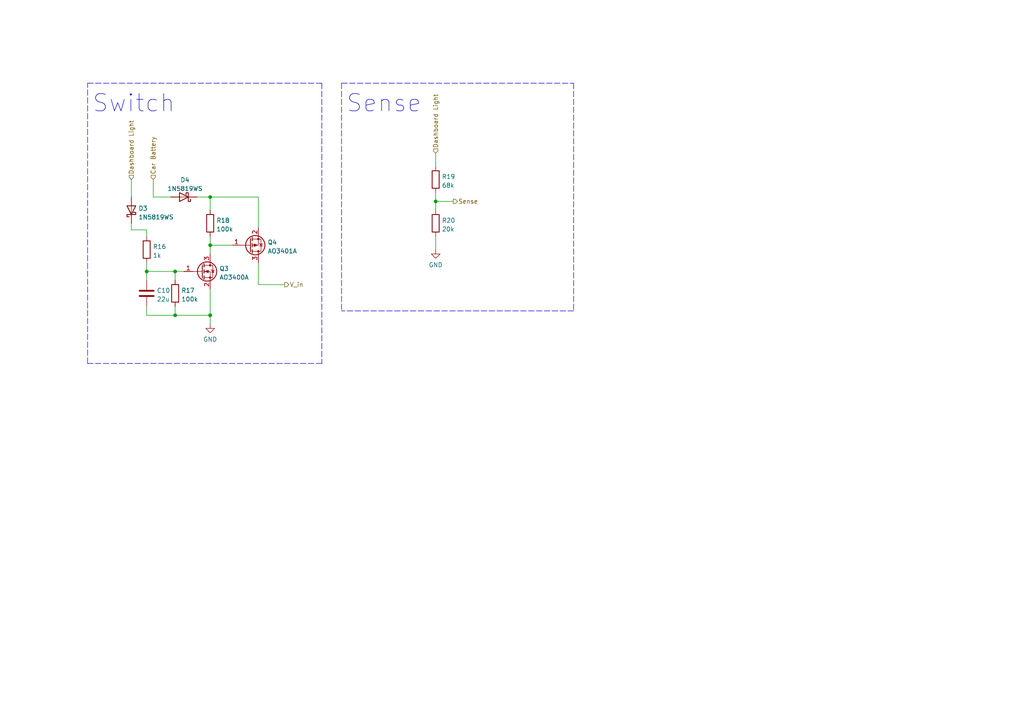
<source format=kicad_sch>
(kicad_sch (version 20211123) (generator eeschema)
  (paper "A4")
  (lib_symbols
    (symbol "Device:C" (pin_numbers hide) (pin_names (offset 0.254))
      (property "Reference" "C" (at 0.635 2.54 0))
      (property "Value" "C" (at 0.635 -2.54 0))
      (symbol "C_0_1"
        (polyline (pts (xy -2.032 -0.762) (xy 2.032 -0.762)) (stroke (width 0.508)))
        (polyline (pts (xy -2.032 0.762) (xy 2.032 0.762)) (stroke (width 0.508)))
      )
      (symbol "C_1_1"
        (pin passive line (at 0 3.81 270) (length 2.794) (name "~") (number "1"))
        (pin passive line (at 0 -3.81 90) (length 2.794) (name "~") (number "2"))
      )
    )
    (symbol "Device:D_Schottky" (pin_numbers hide) (pin_names (offset 1.016) hide)
      (property "Reference" "D" (at 0 2.54 0))
      (property "Value" "D_Schottky" (at 0 -2.54 0))
      (symbol "D_Schottky_0_1"
        (polyline (pts (xy 1.27 0) (xy -1.27 0)))
        (polyline (pts (xy 1.27 1.27) (xy 1.27 -1.27) (xy -1.27 0) (xy 1.27 1.27)) (stroke (width 0.254)))
        (polyline (pts (xy -1.905 0.635) (xy -1.905 1.27) (xy -1.27 1.27) (xy -1.27 -1.27) (xy -0.635 -1.27) (xy -0.635 -0.635)) (stroke (width 0.254)))
      )
      (symbol "D_Schottky_1_1"
        (pin passive line (at -3.81 0 0) (length 2.54) (name "K") (number "1"))
        (pin passive line (at 3.81 0 180) (length 2.54) (name "A") (number "2"))
      )
    )
    (symbol "Device:R" (pin_numbers hide) (pin_names (offset 0))
      (property "Reference" "R" (at 2.032 0 90))
      (property "Value" "R" (at 0 0 90))
      (symbol "R_0_1"
        (rectangle (start -1.016 -2.54) (end 1.016 2.54) (stroke (width 0.254)))
      )
      (symbol "R_1_1"
        (pin passive line (at 0 3.81 270) (length 1.27) (name "~") (number "1"))
        (pin passive line (at 0 -3.81 90) (length 1.27) (name "~") (number "2"))
      )
    )
    (symbol "Transistor_FET:AO3400A" (pin_names hide)
      (property "Reference" "Q" (at 5.08 1.905 0))
      (property "Value" "AO3400A" (at 5.08 0 0))
      (symbol "AO3400A_0_1"
        (polyline (pts (xy 0.254 0) (xy -2.54 0)))
        (polyline (pts (xy 0.254 1.905) (xy 0.254 -1.905)) (stroke (width 0.254)))
        (polyline (pts (xy 0.762 -1.27) (xy 0.762 -2.286)) (stroke (width 0.254)))
        (polyline (pts (xy 0.762 0.508) (xy 0.762 -0.508)) (stroke (width 0.254)))
        (polyline (pts (xy 0.762 2.286) (xy 0.762 1.27)) (stroke (width 0.254)))
        (polyline (pts (xy 2.54 2.54) (xy 2.54 1.778)))
        (polyline (pts (xy 2.54 -2.54) (xy 2.54 0) (xy 0.762 0)))
        (polyline (pts (xy 0.762 -1.778) (xy 3.302 -1.778) (xy 3.302 1.778) (xy 0.762 1.778)))
        (polyline (pts (xy 1.016 0) (xy 2.032 0.381) (xy 2.032 -0.381) (xy 1.016 0)) (fill (type outline)))
        (polyline (pts (xy 2.794 0.508) (xy 2.921 0.381) (xy 3.683 0.381) (xy 3.81 0.254)))
        (polyline (pts (xy 3.302 0.381) (xy 2.921 -0.254) (xy 3.683 -0.254) (xy 3.302 0.381)))
        (circle (center 1.651 0) (radius 2.794) (stroke (width 0.254)))
        (circle (center 2.54 -1.778) (radius 0.254) (fill (type outline)))
        (circle (center 2.54 1.778) (radius 0.254) (fill (type outline)))
      )
      (symbol "AO3400A_1_1"
        (pin input line (at -5.08 0 0) (length 2.54) (name "G") (number "1"))
        (pin passive line (at 2.54 -5.08 90) (length 2.54) (name "S") (number "2"))
        (pin passive line (at 2.54 5.08 270) (length 2.54) (name "D") (number "3"))
      )
    )
    (symbol "Transistor_FET:AO3401A" (pin_names hide)
      (property "Reference" "Q" (at 5.08 1.905 0))
      (property "Value" "AO3401A" (at 5.08 0 0))
      (symbol "AO3401A_0_1"
        (polyline (pts (xy 0.254 0) (xy -2.54 0)))
        (polyline (pts (xy 0.254 1.905) (xy 0.254 -1.905)) (stroke (width 0.254)))
        (polyline (pts (xy 0.762 -1.27) (xy 0.762 -2.286)) (stroke (width 0.254)))
        (polyline (pts (xy 0.762 0.508) (xy 0.762 -0.508)) (stroke (width 0.254)))
        (polyline (pts (xy 0.762 2.286) (xy 0.762 1.27)) (stroke (width 0.254)))
        (polyline (pts (xy 2.54 2.54) (xy 2.54 1.778)))
        (polyline (pts (xy 2.54 -2.54) (xy 2.54 0) (xy 0.762 0)))
        (polyline (pts (xy 0.762 1.778) (xy 3.302 1.778) (xy 3.302 -1.778) (xy 0.762 -1.778)))
        (polyline (pts (xy 2.286 0) (xy 1.27 0.381) (xy 1.27 -0.381) (xy 2.286 0)) (fill (type outline)))
        (polyline (pts (xy 2.794 -0.508) (xy 2.921 -0.381) (xy 3.683 -0.381) (xy 3.81 -0.254)))
        (polyline (pts (xy 3.302 -0.381) (xy 2.921 0.254) (xy 3.683 0.254) (xy 3.302 -0.381)))
        (circle (center 1.651 0) (radius 2.794) (stroke (width 0.254)))
        (circle (center 2.54 -1.778) (radius 0.254) (fill (type outline)))
        (circle (center 2.54 1.778) (radius 0.254) (fill (type outline)))
      )
      (symbol "AO3401A_1_1"
        (pin input line (at -5.08 0 0) (length 2.54) (name "G") (number "1"))
        (pin passive line (at 2.54 -5.08 90) (length 2.54) (name "S") (number "2"))
        (pin passive line (at 2.54 5.08 270) (length 2.54) (name "D") (number "3"))
      )
    )
    (symbol "power:GND" (power) (pin_names (offset 0))
      (property "Value" "GND" (at 0 -3.81 0))
      (symbol "GND_0_1"
        (polyline (pts (xy 0 0) (xy 0 -1.27) (xy 1.27 -1.27) (xy 0 -2.54) (xy -1.27 -1.27) (xy 0 -1.27)))
      )
      (symbol "GND_1_1"
        (pin power_in line (at 0 0 270) (length 0) hide (name "GND") (number "1"))
      )
    )
  )
  (junction (at 60.96 71.12))
  (junction (at 60.96 91.44))
  (junction (at 42.545 78.74))
  (junction (at 50.8 91.44))
  (junction (at 126.365 58.42))
  (junction (at 60.96 57.15))
  (junction (at 50.8 78.74))
  (wire (pts (xy 60.96 57.15) (xy 74.93 57.15)))
  (wire (pts (xy 38.1 52.07) (xy 38.1 57.15)))
  (polyline (pts (xy 166.37 90.17) (xy 99.06 90.17)))
  (wire (pts (xy 57.15 57.15) (xy 60.96 57.15)))
  (wire (pts (xy 60.96 57.15) (xy 60.96 60.96)))
  (wire (pts (xy 60.96 71.12) (xy 67.31 71.12)))
  (wire (pts (xy 42.545 91.44) (xy 50.8 91.44)))
  (polyline (pts (xy 93.345 105.41) (xy 25.4 105.41)))
  (wire (pts (xy 126.365 68.58) (xy 126.365 72.39)))
  (wire (pts (xy 126.365 55.88) (xy 126.365 58.42)))
  (wire (pts (xy 60.96 71.12) (xy 60.96 73.66)))
  (wire (pts (xy 60.96 83.82) (xy 60.96 91.44)))
  (wire (pts (xy 38.1 66.675) (xy 42.545 66.675)))
  (wire (pts (xy 42.545 76.2) (xy 42.545 78.74)))
  (wire (pts (xy 50.8 78.74) (xy 53.34 78.74)))
  (wire (pts (xy 126.365 58.42) (xy 126.365 60.96)))
  (polyline (pts (xy 25.4 105.41) (xy 25.4 24.13)))
  (wire (pts (xy 42.545 78.74) (xy 50.8 78.74)))
  (wire (pts (xy 60.96 91.44) (xy 60.96 93.98)))
  (wire (pts (xy 44.45 52.07) (xy 44.45 57.15)))
  (polyline (pts (xy 99.06 24.13) (xy 166.37 24.13)))
  (wire (pts (xy 50.8 81.28) (xy 50.8 78.74)))
  (polyline (pts (xy 25.4 24.13) (xy 93.345 24.13)))
  (wire (pts (xy 42.545 78.74) (xy 42.545 81.28)))
  (wire (pts (xy 74.93 76.2) (xy 74.93 82.55)))
  (wire (pts (xy 44.45 57.15) (xy 49.53 57.15)))
  (wire (pts (xy 50.8 91.44) (xy 60.96 91.44)))
  (wire (pts (xy 74.93 57.15) (xy 74.93 66.04)))
  (polyline (pts (xy 99.06 24.13) (xy 99.06 90.17)))
  (wire (pts (xy 126.365 44.45) (xy 126.365 48.26)))
  (polyline (pts (xy 166.37 24.13) (xy 166.37 90.17)))
  (wire (pts (xy 42.545 88.9) (xy 42.545 91.44)))
  (polyline (pts (xy 93.345 24.13) (xy 93.345 105.41)))
  (wire (pts (xy 42.545 66.675) (xy 42.545 68.58)))
  (wire (pts (xy 38.1 64.77) (xy 38.1 66.675)))
  (wire (pts (xy 126.365 58.42) (xy 131.445 58.42)))
  (wire (pts (xy 74.93 82.55) (xy 82.55 82.55)))
  (wire (pts (xy 60.96 68.58) (xy 60.96 71.12)))
  (wire (pts (xy 50.8 88.9) (xy 50.8 91.44)))
  (text "Switch" (at 26.67 33.02 0) (effects (font (size 5 5)) (justify left bottom)))
  (text "Sense" (at 100.33 33.02 0) (effects (font (size 5 5)) (justify left bottom)))
  (hierarchical_label "V_in" (shape output) (at 82.55 82.55 0))
  (hierarchical_label "Car Battery" (shape input) (at 44.45 52.07 90))
  (hierarchical_label "Dashboard Light" (shape input) (at 38.1 52.07 90))
  (hierarchical_label "Dashboard Light" (shape input) (at 126.365 44.45 90))
  (hierarchical_label "Sense" (shape output) (at 131.445 58.42 0))
  (symbol (lib_id "Device:D_Schottky") (at 38.1 60.96 90) (unit 1)
    (property "Reference" "D3" (at 40.132 60.4428 90) (effects (justify right)))
    (property "Value" "1N5819WS" (at 40.132 62.9797 90) (effects (justify right)))
    (property "Footprint" "Diode_SMD:D_SOD-323" (effects hide))
    (property "Datasheet" "https://datasheet.lcsc.com/lcsc/1810202112_Guangdong-Hottech-1N5819WS_C191023.pdf" (effects hide))
    (property "LCSC#" "C191023" (effects hide))
  )
  (symbol (lib_id "Transistor_FET:AO3400A") (at 58.42 78.74 0) (unit 1)
    (property "Reference" "Q3" (at 63.627 77.9053 0) (effects (justify left)))
    (property "Value" "AO3400A" (at 63.627 80.4422 0) (effects (justify left)))
    (property "Footprint" "Package_TO_SOT_SMD:SOT-23" (effects hide))
    (property "Datasheet" "http://www.aosmd.com/pdfs/datasheet/AO3400A.pdf" (effects hide))
    (property "LCSC#" "C20917" (effects hide))
  )
  (symbol (lib_id "Device:C") (at 42.545 85.09 0) (unit 1)
    (property "Reference" "C10" (at 45.466 84.2553 0) (effects (justify left)))
    (property "Value" "22u" (at 45.466 86.7922 0) (effects (justify left)))
    (property "Footprint" "Capacitor_SMD:C_1206_3216Metric" (effects hide))
    (property "Datasheet" "https://datasheet.lcsc.com/lcsc/1811031514_Samsung-Electro-Mechanics-CL31A226KAHNNNE_C12891.pdf" (effects hide))
    (property "LCSC#" "C12891" (effects hide))
  )
  (symbol (lib_id "Device:R") (at 50.8 85.09 0) (unit 1)
    (property "Reference" "R17" (at 52.578 84.2553 0) (effects (justify left)))
    (property "Value" "100k" (at 52.578 86.7922 0) (effects (justify left)))
    (property "Footprint" "Resistor_SMD:R_0402_1005Metric" (effects hide))
    (property "Datasheet" "https://datasheet.lcsc.com/lcsc/2110260030_UNI-ROYAL-Uniroyal-Elec-0402WGF1003TCE_C25741.pdf" (effects hide))
    (property "LCSC#" "C25741" (effects hide))
  )
  (symbol (lib_id "Device:R") (at 60.96 64.77 0) (unit 1)
    (property "Reference" "R18" (at 62.738 63.9353 0) (effects (justify left)))
    (property "Value" "100k" (at 62.738 66.4722 0) (effects (justify left)))
    (property "Footprint" "Resistor_SMD:R_0402_1005Metric" (effects hide))
    (property "Datasheet" "https://datasheet.lcsc.com/lcsc/2110260030_UNI-ROYAL-Uniroyal-Elec-0402WGF1003TCE_C25741.pdf" (effects hide))
    (property "LCSC#" "C25741" (effects hide))
  )
  (symbol (lib_id "Transistor_FET:AO3401A") (at 72.39 71.12 0) (mirror x) (unit 1)
    (property "Reference" "Q4" (at 77.597 70.2853 0) (effects (justify left)))
    (property "Value" "AO3401A" (at 77.597 72.8222 0) (effects (justify left)))
    (property "Footprint" "Package_TO_SOT_SMD:SOT-23" (effects hide))
    (property "Datasheet" "http://www.aosmd.com/pdfs/datasheet/AO3401A.pdf" (effects hide))
    (property "LCSC#" "C15127" (effects hide))
  )
  (symbol (lib_id "power:GND") (at 126.365 72.39 0) (unit 1)
    (property "Reference" "#PWR040" (effects hide))
    (property "Value" "GND" (at 126.365 76.8334 0))
  )
  (symbol (lib_id "Device:D_Schottky") (at 53.34 57.15 180) (unit 1)
    (property "Reference" "D4" (at 53.6575 52.1802 0))
    (property "Value" "1N5819WS" (at 53.6575 54.7171 0))
    (property "Footprint" "Diode_SMD:D_SOD-323" (effects hide))
    (property "Datasheet" "https://datasheet.lcsc.com/lcsc/1810202112_Guangdong-Hottech-1N5819WS_C191023.pdf" (effects hide))
    (property "LCSC#" "C191023" (effects hide))
  )
  (symbol (lib_id "Device:R") (at 42.545 72.39 180) (unit 1)
    (property "Reference" "R16" (at 44.323 71.5553 0) (effects (justify right)))
    (property "Value" "1k" (at 44.323 74.0922 0) (effects (justify right)))
    (property "Footprint" "Resistor_SMD:R_0402_1005Metric" (effects hide))
    (property "Datasheet" "https://datasheet.lcsc.com/lcsc/2206010216_UNI-ROYAL-Uniroyal-Elec-0402WGF1001TCE_C11702.pdf" (effects hide))
    (property "LCSC#" "C11702" (effects hide))
  )
  (symbol (lib_id "power:GND") (at 60.96 93.98 0) (unit 1)
    (property "Reference" "#PWR039" (effects hide))
    (property "Value" "GND" (at 60.96 98.4234 0))
  )
  (symbol (lib_id "Device:R") (at 126.365 64.77 0) (unit 1)
    (property "Reference" "R20" (at 128.143 63.9353 0) (effects (justify left)))
    (property "Value" "20k" (at 128.143 66.4722 0) (effects (justify left)))
    (property "Footprint" "Resistor_SMD:R_0402_1005Metric" (effects hide))
    (property "Datasheet" "https://datasheet.lcsc.com/lcsc/2110260030_UNI-ROYAL-Uniroyal-Elec-0402WGF2002TCE_C25765.pdf" (effects hide))
    (property "LCSC#" "C25765" (effects hide))
  )
  (symbol (lib_id "Device:R") (at 126.365 52.07 0) (unit 1)
    (property "Reference" "R19" (at 128.143 51.2353 0) (effects (justify left)))
    (property "Value" "68k" (at 128.143 53.7722 0) (effects (justify left)))
    (property "Footprint" "Resistor_SMD:R_0402_1005Metric" (effects hide))
    (property "Datasheet" "https://datasheet.lcsc.com/lcsc/2110260230_UNI-ROYAL-Uniroyal-Elec-0402WGF6802TCE_C36871.pdf" (effects hide))
    (property "LCSC#" "C36871" (effects hide))
  )
)
</source>
